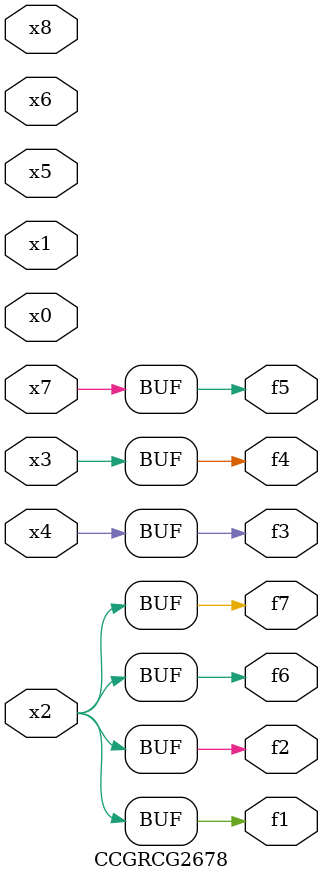
<source format=v>
module CCGRCG2678(
	input x0, x1, x2, x3, x4, x5, x6, x7, x8,
	output f1, f2, f3, f4, f5, f6, f7
);
	assign f1 = x2;
	assign f2 = x2;
	assign f3 = x4;
	assign f4 = x3;
	assign f5 = x7;
	assign f6 = x2;
	assign f7 = x2;
endmodule

</source>
